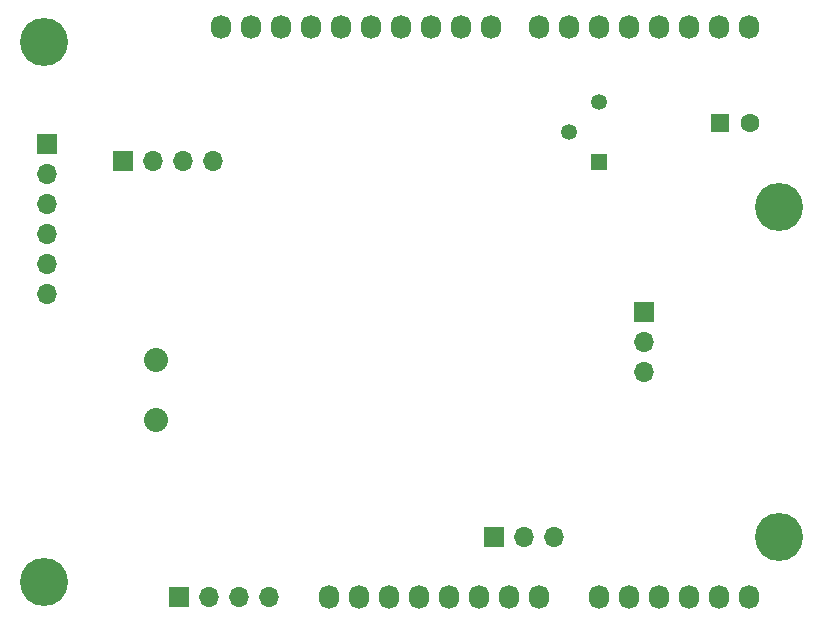
<source format=gbs>
G04 #@! TF.GenerationSoftware,KiCad,Pcbnew,(5.1.5)-3*
G04 #@! TF.CreationDate,2020-04-27T21:11:52-07:00*
G04 #@! TF.ProjectId,My_PCB,4d795f50-4342-42e6-9b69-6361645f7063,1*
G04 #@! TF.SameCoordinates,Original*
G04 #@! TF.FileFunction,Soldermask,Bot*
G04 #@! TF.FilePolarity,Negative*
%FSLAX46Y46*%
G04 Gerber Fmt 4.6, Leading zero omitted, Abs format (unit mm)*
G04 Created by KiCad (PCBNEW (5.1.5)-3) date 2020-04-27 21:11:52*
%MOMM*%
%LPD*%
G04 APERTURE LIST*
%ADD10C,4.064000*%
%ADD11O,1.727200X2.032000*%
%ADD12C,1.346200*%
%ADD13R,1.346200X1.346200*%
%ADD14R,1.700000X1.700000*%
%ADD15O,1.700000X1.700000*%
%ADD16C,2.032000*%
%ADD17R,1.600000X1.600000*%
%ADD18C,1.600000*%
G04 APERTURE END LIST*
D10*
X177038000Y-90805000D03*
D11*
X138938000Y-123825000D03*
X141478000Y-123825000D03*
X144018000Y-123825000D03*
X146558000Y-123825000D03*
X149098000Y-123825000D03*
X151638000Y-123825000D03*
X154178000Y-123825000D03*
X156718000Y-123825000D03*
X161798000Y-123825000D03*
X164338000Y-123825000D03*
X166878000Y-123825000D03*
X169418000Y-123825000D03*
X171958000Y-123825000D03*
X174498000Y-123825000D03*
X129794000Y-75565000D03*
X132334000Y-75565000D03*
X134874000Y-75565000D03*
X137414000Y-75565000D03*
X139954000Y-75565000D03*
X142494000Y-75565000D03*
X145034000Y-75565000D03*
X147574000Y-75565000D03*
X150114000Y-75565000D03*
X152654000Y-75565000D03*
X156718000Y-75565000D03*
X159258000Y-75565000D03*
X161798000Y-75565000D03*
X164338000Y-75565000D03*
X166878000Y-75565000D03*
X169418000Y-75565000D03*
X171958000Y-75565000D03*
X174498000Y-75565000D03*
D10*
X114808000Y-122555000D03*
X177038000Y-118745000D03*
X114808000Y-76835000D03*
D12*
X161798000Y-81915000D03*
X159258000Y-84455000D03*
D13*
X161798000Y-86995000D03*
D14*
X165608000Y-99695000D03*
D15*
X165608000Y-102235000D03*
X165608000Y-104775000D03*
D14*
X126238000Y-123825000D03*
D15*
X128778000Y-123825000D03*
X131318000Y-123825000D03*
X133858000Y-123825000D03*
D14*
X152908000Y-118745000D03*
D15*
X155448000Y-118745000D03*
X157988000Y-118745000D03*
D16*
X124298000Y-108865000D03*
X124298000Y-103785000D03*
D14*
X121498000Y-86865000D03*
D15*
X124038000Y-86865000D03*
X126578000Y-86865000D03*
X129118000Y-86865000D03*
D14*
X115098000Y-85465000D03*
D15*
X115098000Y-88005000D03*
X115098000Y-90545000D03*
X115098000Y-93085000D03*
X115098000Y-95625000D03*
X115098000Y-98165000D03*
D17*
X172098000Y-83665000D03*
D18*
X174598000Y-83665000D03*
M02*

</source>
